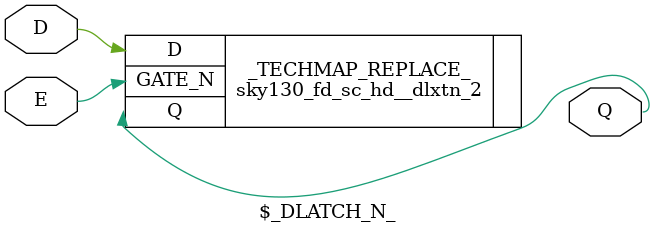
<source format=v>
module \$_DLATCH_P_ (E, D, Q);
  input E, D;
  output Q;
  sky130_fd_hd_lp__dlxtp_2 _TECHMAP_REPLACE_ (
    .D(D),
    .GATE(E),
    .Q(Q)
  );
endmodule

module \$_DLATCH_N_ (E, D, Q);
  input E, D;
  output Q;
  sky130_fd_sc_hd__dlxtn_2 _TECHMAP_REPLACE_ (
    .D(D),
    .GATE_N(E),
    .Q(Q)
  );
endmodule
</source>
